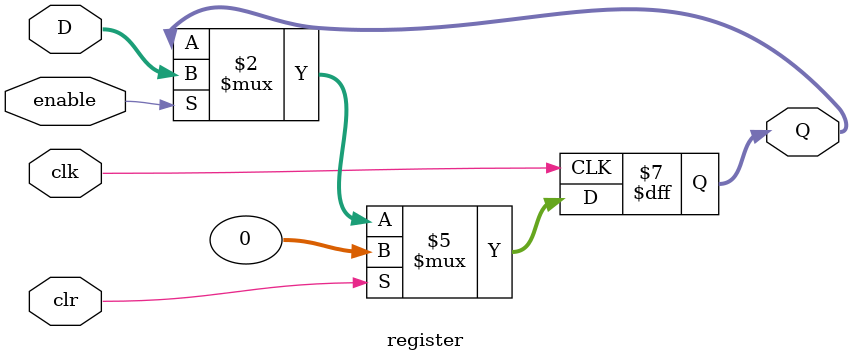
<source format=v>
module register(D, Q, clk, clr, enable);
	input [31:0] D;
	input clk, clr, enable;
	output [31:0] Q;
	reg [31:0] Q;
	
	always @(posedge clk)
	begin
		if(clr)
			Q <= 0;
		else if(enable)
			Q <= D;
	end
endmodule

</source>
